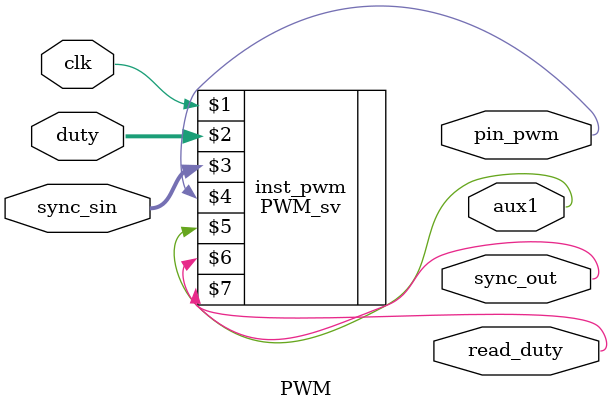
<source format=v>
`timescale 1ns / 1ps

`include "div_frecuencias.vh" 


module PWM(
    clk,
    duty,
    sync_sin,
    pin_pwm,
    aux1,
    sync_out,
    read_duty
    );

// Entradas
input wire clk; 
input wire [9:0] duty;
input wire [11:0]sync_sin;
// Salidas 
output wire pin_pwm;
output wire aux1;
output wire sync_out;
output wire read_duty;
// Parametros

// Parámetros locales

////////////////////////////// MODULO //////////////////////////////

PWM_sv inst_pwm (
    clk,
    duty,
    sync_sin,
    pin_pwm,
    aux1,
    sync_out,
    read_duty
    );

    
endmodule

</source>
